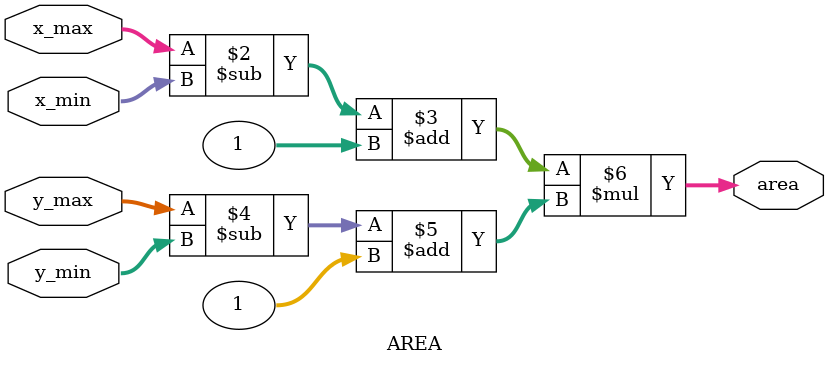
<source format=sv>
module AREA (
  input logic [10:0] x_min,
  input logic [10:0] x_max,
  input logic [10:0] y_min,
  input logic [10:0] y_max,
  output logic [31:0] area
);

  always_comb begin
    area = (x_max - x_min + 1) * (y_max - y_min + 1);
  end

endmodule

</source>
